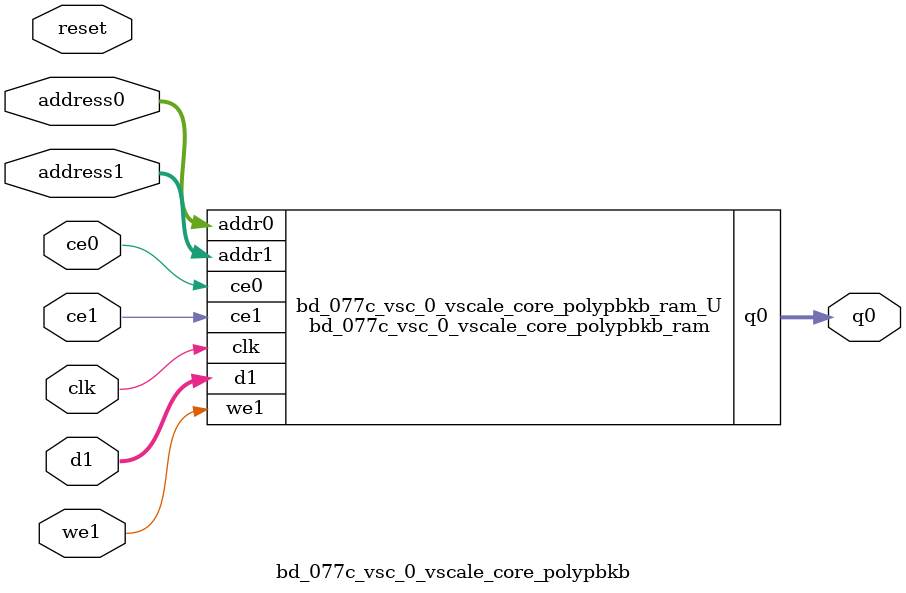
<source format=v>

`timescale 1 ns / 1 ps
module bd_077c_vsc_0_vscale_core_polypbkb_ram (addr0, ce0, q0, addr1, ce1, d1, we1,  clk);

parameter DWIDTH = 8;
parameter AWIDTH = 11;
parameter MEM_SIZE = 1920;

input[AWIDTH-1:0] addr0;
input ce0;
output reg[DWIDTH-1:0] q0;
input[AWIDTH-1:0] addr1;
input ce1;
input[DWIDTH-1:0] d1;
input we1;
input clk;

(* ram_style = "block" *)reg [DWIDTH-1:0] ram[0:MEM_SIZE-1];




always @(posedge clk)  
begin 
    if (ce0) 
    begin
            q0 <= ram[addr0];
    end
end


always @(posedge clk)  
begin 
    if (ce1) 
    begin
        if (we1) 
        begin 
            ram[addr1] <= d1; 
        end 
    end
end


endmodule


`timescale 1 ns / 1 ps
module bd_077c_vsc_0_vscale_core_polypbkb(
    reset,
    clk,
    address0,
    ce0,
    q0,
    address1,
    ce1,
    we1,
    d1);

parameter DataWidth = 32'd8;
parameter AddressRange = 32'd1920;
parameter AddressWidth = 32'd11;
input reset;
input clk;
input[AddressWidth - 1:0] address0;
input ce0;
output[DataWidth - 1:0] q0;
input[AddressWidth - 1:0] address1;
input ce1;
input we1;
input[DataWidth - 1:0] d1;



bd_077c_vsc_0_vscale_core_polypbkb_ram bd_077c_vsc_0_vscale_core_polypbkb_ram_U(
    .clk( clk ),
    .addr0( address0 ),
    .ce0( ce0 ),
    .q0( q0 ),
    .addr1( address1 ),
    .ce1( ce1 ),
    .d1( d1 ),
    .we1( we1 ));

endmodule


</source>
